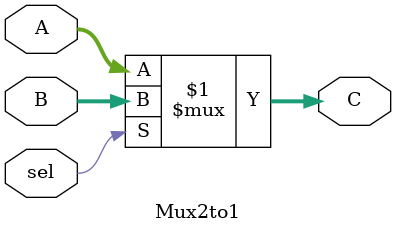
<source format=v>
module Mux2to1 (
  input [31:0] A,B,
  input sel,
  output [31:0] C
);
assign C = sel ? B : A ;
endmodule

</source>
